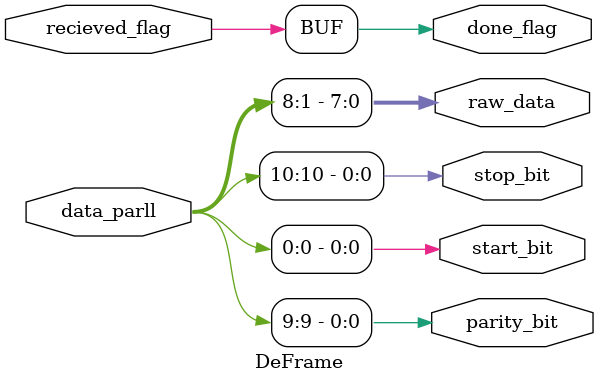
<source format=v>
module DeFrame(
    input wire  [10:0]  data_parll,     //  Data frame passed from the sipo unit.
    input wire          recieved_flag,

    output reg          parity_bit,     //  The parity bit separated from the data frame.
    output reg          start_bit,      //  The Start bit separated from the data frame.
    output reg          stop_bit,       //  The Stop bit separated from the data frame.
    output reg          done_flag,      //  Indicates that the data is recieved and ready for another data packet.
    output reg  [7:0]   raw_data        //  The 8-bits data separated from the data frame.
);

//  Deframing 
always @(*) 
begin
  start_bit       = data_parll[0];
  raw_data[7:0]   = data_parll[8:1];
  parity_bit      = data_parll[9];
  stop_bit        = data_parll[10];
  done_flag       = recieved_flag;
end

endmodule
</source>
